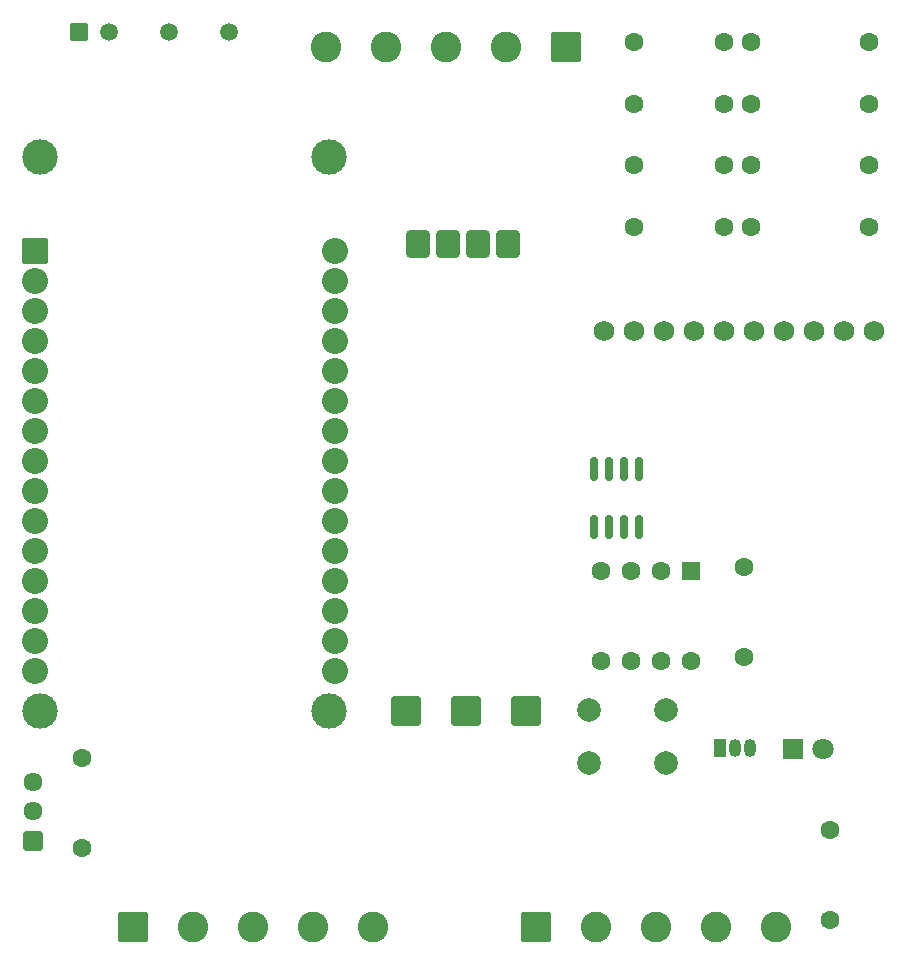
<source format=gbr>
%TF.GenerationSoftware,KiCad,Pcbnew,9.0.3*%
%TF.CreationDate,2026-01-26T07:38:29-05:00*%
%TF.ProjectId,SLAVE_PRESSURE,534c4156-455f-4505-9245-53535552452e,rev?*%
%TF.SameCoordinates,Original*%
%TF.FileFunction,Soldermask,Top*%
%TF.FilePolarity,Negative*%
%FSLAX46Y46*%
G04 Gerber Fmt 4.6, Leading zero omitted, Abs format (unit mm)*
G04 Created by KiCad (PCBNEW 9.0.3) date 2026-01-26 07:38:29*
%MOMM*%
%LPD*%
G01*
G04 APERTURE LIST*
G04 Aperture macros list*
%AMRoundRect*
0 Rectangle with rounded corners*
0 $1 Rounding radius*
0 $2 $3 $4 $5 $6 $7 $8 $9 X,Y pos of 4 corners*
0 Add a 4 corners polygon primitive as box body*
4,1,4,$2,$3,$4,$5,$6,$7,$8,$9,$2,$3,0*
0 Add four circle primitives for the rounded corners*
1,1,$1+$1,$2,$3*
1,1,$1+$1,$4,$5*
1,1,$1+$1,$6,$7*
1,1,$1+$1,$8,$9*
0 Add four rect primitives between the rounded corners*
20,1,$1+$1,$2,$3,$4,$5,0*
20,1,$1+$1,$4,$5,$6,$7,0*
20,1,$1+$1,$6,$7,$8,$9,0*
20,1,$1+$1,$8,$9,$2,$3,0*%
G04 Aperture macros list end*
%ADD10C,1.728000*%
%ADD11R,1.050000X1.500000*%
%ADD12O,1.050000X1.500000*%
%ADD13C,1.600000*%
%ADD14RoundRect,0.150000X0.150000X-0.825000X0.150000X0.825000X-0.150000X0.825000X-0.150000X-0.825000X0*%
%ADD15RoundRect,0.102000X-0.644000X-0.644000X0.644000X-0.644000X0.644000X0.644000X-0.644000X0.644000X0*%
%ADD16C,1.492000*%
%ADD17RoundRect,0.250000X-0.750000X0.900000X-0.750000X-0.900000X0.750000X-0.900000X0.750000X0.900000X0*%
%ADD18RoundRect,0.250000X-1.020000X1.020000X-1.020000X-1.020000X1.020000X-1.020000X1.020000X1.020000X0*%
%ADD19R,1.800000X1.800000*%
%ADD20C,1.800000*%
%ADD21C,2.000000*%
%ADD22RoundRect,0.250000X-1.050000X-1.050000X1.050000X-1.050000X1.050000X1.050000X-1.050000X1.050000X0*%
%ADD23C,2.600000*%
%ADD24RoundRect,0.250000X-0.550000X0.550000X-0.550000X-0.550000X0.550000X-0.550000X0.550000X0.550000X0*%
%ADD25C,3.000000*%
%ADD26RoundRect,0.102000X-1.000000X-1.000000X1.000000X-1.000000X1.000000X1.000000X-1.000000X1.000000X0*%
%ADD27C,2.204000*%
%ADD28RoundRect,0.102000X0.704000X-0.704000X0.704000X0.704000X-0.704000X0.704000X-0.704000X-0.704000X0*%
%ADD29C,1.612000*%
%ADD30RoundRect,0.250000X1.050000X1.050000X-1.050000X1.050000X-1.050000X-1.050000X1.050000X-1.050000X0*%
G04 APERTURE END LIST*
D10*
%TO.C,U4*%
X141130000Y-77200000D03*
X143670000Y-77200000D03*
X133510000Y-77200000D03*
X146210000Y-77200000D03*
X148750000Y-77200000D03*
X151290000Y-77200000D03*
X153830000Y-77200000D03*
X130970000Y-77200000D03*
X138590000Y-77200000D03*
X136050000Y-77200000D03*
%TD*%
D11*
%TO.C,Q1*%
X140760000Y-112510000D03*
D12*
X142030000Y-112510000D03*
X143300000Y-112510000D03*
%TD*%
D13*
%TO.C,C1*%
X153400000Y-63200000D03*
X143400000Y-63200000D03*
%TD*%
D14*
%TO.C,U1*%
X130095000Y-93875000D03*
X131365000Y-93875000D03*
X132635000Y-93875000D03*
X133905000Y-93875000D03*
X133905000Y-88925000D03*
X132635000Y-88925000D03*
X131365000Y-88925000D03*
X130095000Y-88925000D03*
%TD*%
D13*
%TO.C,R3*%
X133480000Y-68400000D03*
X141100000Y-68400000D03*
%TD*%
D15*
%TO.C,PS1*%
X86500000Y-51927000D03*
D16*
X89040000Y-51927000D03*
X94120000Y-51927000D03*
X99200000Y-51927000D03*
%TD*%
D13*
%TO.C,R1*%
X86800000Y-113390000D03*
X86800000Y-121010000D03*
%TD*%
D17*
%TO.C,U10*%
X122850000Y-69850000D03*
X120310000Y-69850000D03*
X117770000Y-69850000D03*
X115230000Y-69850000D03*
D18*
X124350000Y-109450000D03*
X119270000Y-109450000D03*
X114190000Y-109450000D03*
%TD*%
D19*
%TO.C,D7*%
X146960000Y-112600000D03*
D20*
X149500000Y-112600000D03*
%TD*%
D13*
%TO.C,R52*%
X142800000Y-104800000D03*
X142800000Y-97180000D03*
%TD*%
%TO.C,R51*%
X150100000Y-127110000D03*
X150100000Y-119490000D03*
%TD*%
%TO.C,R8*%
X133480000Y-58000000D03*
X141100000Y-58000000D03*
%TD*%
%TO.C,C4*%
X153400000Y-52800000D03*
X143400000Y-52800000D03*
%TD*%
%TO.C,C3*%
X153400000Y-68400000D03*
X143400000Y-68400000D03*
%TD*%
D21*
%TO.C,SW2*%
X129700000Y-109350000D03*
X136200000Y-109350000D03*
X129700000Y-113850000D03*
X136200000Y-113850000D03*
%TD*%
D22*
%TO.C,MODBUS_OUT*%
X91090000Y-127672500D03*
D23*
X96170000Y-127672500D03*
X101250000Y-127672500D03*
X106330000Y-127672500D03*
X111410000Y-127672500D03*
%TD*%
D13*
%TO.C,R9*%
X133480000Y-52800000D03*
X141100000Y-52800000D03*
%TD*%
%TO.C,C2*%
X153400000Y-58000000D03*
X143400000Y-58000000D03*
%TD*%
D24*
%TO.C,SW1*%
X138297500Y-97532500D03*
D13*
X135757500Y-97532500D03*
X133217500Y-97532500D03*
X130677500Y-97532500D03*
X130677500Y-105152500D03*
X133217500Y-105152500D03*
X135757500Y-105152500D03*
X138297500Y-105152500D03*
%TD*%
D25*
%TO.C,U3*%
X83170000Y-62475000D03*
X83170000Y-109425000D03*
X107680000Y-62475000D03*
X107680000Y-109425000D03*
D26*
X82750000Y-70435000D03*
D27*
X82750000Y-72975000D03*
X82750000Y-75515000D03*
X82750000Y-78055000D03*
X82750000Y-80595000D03*
X82750000Y-83135000D03*
X82750000Y-85675000D03*
X82750000Y-88215000D03*
X82750000Y-90755000D03*
X82750000Y-93295000D03*
X82750000Y-95835000D03*
X82750000Y-98375000D03*
X82750000Y-100915000D03*
X82750000Y-103455000D03*
X82750000Y-105995000D03*
X108150000Y-105995000D03*
X108150000Y-103455000D03*
X108150000Y-100915000D03*
X108150000Y-98375000D03*
X108150000Y-95835000D03*
X108150000Y-93295000D03*
X108150000Y-90755000D03*
X108150000Y-88215000D03*
X108150000Y-85675000D03*
X108150000Y-83135000D03*
X108150000Y-80595000D03*
X108150000Y-78055000D03*
X108150000Y-75515000D03*
X108150000Y-72975000D03*
X108150000Y-70435000D03*
%TD*%
D22*
%TO.C,MODBUS_IN*%
X125220000Y-127672500D03*
D23*
X130300000Y-127672500D03*
X135380000Y-127672500D03*
X140460000Y-127672500D03*
X145540000Y-127672500D03*
%TD*%
D13*
%TO.C,R7*%
X133480000Y-63200000D03*
X141100000Y-63200000D03*
%TD*%
D28*
%TO.C,S1*%
X82600000Y-120400000D03*
D29*
X82600000Y-117900000D03*
X82600000Y-115400000D03*
%TD*%
D30*
%TO.C,ANALOG_IN*%
X127740000Y-53200000D03*
D23*
X122660000Y-53200000D03*
X117580000Y-53200000D03*
X112500000Y-53200000D03*
X107420000Y-53200000D03*
%TD*%
M02*

</source>
